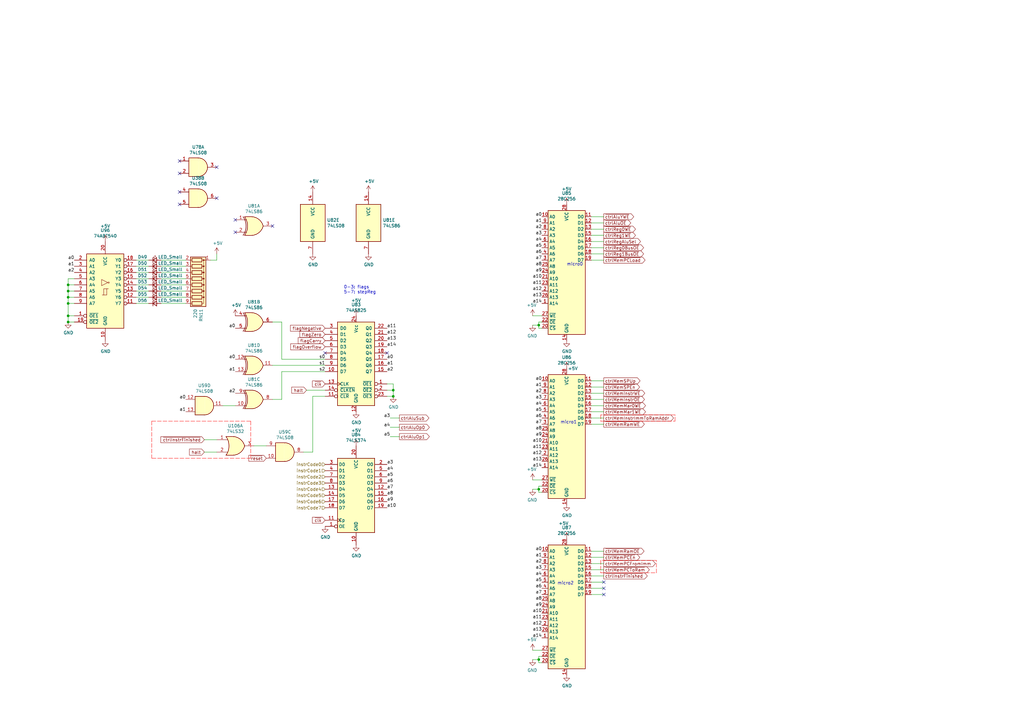
<source format=kicad_sch>
(kicad_sch (version 20211123) (generator eeschema)
  (paper "A3")
  (lib_symbols
    (symbol "74xx:74LS08" (pin_names (offset 1.016))
      (property "Reference" "U" (at 0 1.27 0))
      (property "Value" "74LS08" (at 0 -1.27 0))
      (symbol "74LS08_1_1"
        (pin input line (at -7.62 2.54 0) (length 3.81) (name "~") (number "1"))
        (pin input line (at -7.62 -2.54 0) (length 3.81) (name "~") (number "2"))
        (pin output line (at 7.62 0 180) (length 3.81) (name "~") (number "3"))
      )
      (symbol "74LS08_1_2"
        (pin input inverted (at -7.62 2.54 0) (length 4.318) (name "~") (number "1"))
        (pin input inverted (at -7.62 -2.54 0) (length 4.318) (name "~") (number "2"))
        (pin output inverted (at 7.62 0 180) (length 3.81) (name "~") (number "3"))
      )
      (symbol "74LS08_2_1"
        (pin input line (at -7.62 2.54 0) (length 3.81) (name "~") (number "4"))
        (pin input line (at -7.62 -2.54 0) (length 3.81) (name "~") (number "5"))
        (pin output line (at 7.62 0 180) (length 3.81) (name "~") (number "6"))
      )
      (symbol "74LS08_2_2"
        (pin input inverted (at -7.62 2.54 0) (length 4.318) (name "~") (number "4"))
        (pin input inverted (at -7.62 -2.54 0) (length 4.318) (name "~") (number "5"))
        (pin output inverted (at 7.62 0 180) (length 3.81) (name "~") (number "6"))
      )
      (symbol "74LS08_3_1"
        (pin input line (at -7.62 -2.54 0) (length 3.81) (name "~") (number "10"))
        (pin output line (at 7.62 0 180) (length 3.81) (name "~") (number "8"))
        (pin input line (at -7.62 2.54 0) (length 3.81) (name "~") (number "9"))
      )
      (symbol "74LS08_3_2"
        (pin input inverted (at -7.62 -2.54 0) (length 4.318) (name "~") (number "10"))
        (pin output inverted (at 7.62 0 180) (length 3.81) (name "~") (number "8"))
        (pin input inverted (at -7.62 2.54 0) (length 4.318) (name "~") (number "9"))
      )
      (symbol "74LS08_4_1"
        (pin output line (at 7.62 0 180) (length 3.81) (name "~") (number "11"))
        (pin input line (at -7.62 2.54 0) (length 3.81) (name "~") (number "12"))
        (pin input line (at -7.62 -2.54 0) (length 3.81) (name "~") (number "13"))
      )
      (symbol "74LS08_4_2"
        (pin output inverted (at 7.62 0 180) (length 3.81) (name "~") (number "11"))
        (pin input inverted (at -7.62 2.54 0) (length 4.318) (name "~") (number "12"))
        (pin input inverted (at -7.62 -2.54 0) (length 4.318) (name "~") (number "13"))
      )
      (symbol "74LS08_5_0"
        (pin power_in line (at 0 12.7 270) (length 5.08) (name "VCC") (number "14"))
        (pin power_in line (at 0 -12.7 90) (length 5.08) (name "GND") (number "7"))
      )
    )
    (symbol "74xx:74LS32" (pin_names (offset 1.016))
      (property "Reference" "U" (at 0 1.27 0))
      (property "Value" "74LS32" (at 0 -1.27 0))
      (symbol "74LS32_1_1"
        (pin input line (at -7.62 2.54 0) (length 4.318) (name "~") (number "1"))
        (pin input line (at -7.62 -2.54 0) (length 4.318) (name "~") (number "2"))
        (pin output line (at 7.62 0 180) (length 3.81) (name "~") (number "3"))
      )
      (symbol "74LS32_1_2"
        (pin input inverted (at -7.62 2.54 0) (length 3.81) (name "~") (number "1"))
        (pin input inverted (at -7.62 -2.54 0) (length 3.81) (name "~") (number "2"))
        (pin output inverted (at 7.62 0 180) (length 3.81) (name "~") (number "3"))
      )
      (symbol "74LS32_2_1"
        (pin input line (at -7.62 2.54 0) (length 4.318) (name "~") (number "4"))
        (pin input line (at -7.62 -2.54 0) (length 4.318) (name "~") (number "5"))
        (pin output line (at 7.62 0 180) (length 3.81) (name "~") (number "6"))
      )
      (symbol "74LS32_2_2"
        (pin input inverted (at -7.62 2.54 0) (length 3.81) (name "~") (number "4"))
        (pin input inverted (at -7.62 -2.54 0) (length 3.81) (name "~") (number "5"))
        (pin output inverted (at 7.62 0 180) (length 3.81) (name "~") (number "6"))
      )
      (symbol "74LS32_3_1"
        (pin input line (at -7.62 -2.54 0) (length 4.318) (name "~") (number "10"))
        (pin output line (at 7.62 0 180) (length 3.81) (name "~") (number "8"))
        (pin input line (at -7.62 2.54 0) (length 4.318) (name "~") (number "9"))
      )
      (symbol "74LS32_3_2"
        (pin input inverted (at -7.62 -2.54 0) (length 3.81) (name "~") (number "10"))
        (pin output inverted (at 7.62 0 180) (length 3.81) (name "~") (number "8"))
        (pin input inverted (at -7.62 2.54 0) (length 3.81) (name "~") (number "9"))
      )
      (symbol "74LS32_4_1"
        (pin output line (at 7.62 0 180) (length 3.81) (name "~") (number "11"))
        (pin input line (at -7.62 2.54 0) (length 4.318) (name "~") (number "12"))
        (pin input line (at -7.62 -2.54 0) (length 4.318) (name "~") (number "13"))
      )
      (symbol "74LS32_4_2"
        (pin output inverted (at 7.62 0 180) (length 3.81) (name "~") (number "11"))
        (pin input inverted (at -7.62 2.54 0) (length 3.81) (name "~") (number "12"))
        (pin input inverted (at -7.62 -2.54 0) (length 3.81) (name "~") (number "13"))
      )
      (symbol "74LS32_5_0"
        (pin power_in line (at 0 12.7 270) (length 5.08) (name "VCC") (number "14"))
        (pin power_in line (at 0 -12.7 90) (length 5.08) (name "GND") (number "7"))
      )
    )
    (symbol "74xx:74LS374"
      (property "Reference" "U" (at -7.62 16.51 0))
      (property "Value" "74LS374" (at -7.62 -16.51 0))
      (symbol "74LS374_1_0"
        (pin input inverted (at -12.7 -12.7 0) (length 5.08) (name "OE") (number "1"))
        (pin power_in line (at 0 -20.32 90) (length 5.08) (name "GND") (number "10"))
        (pin input clock (at -12.7 -10.16 0) (length 5.08) (name "Cp") (number "11"))
        (pin tri_state line (at 12.7 2.54 180) (length 5.08) (name "O4") (number "12"))
        (pin input line (at -12.7 2.54 0) (length 5.08) (name "D4") (number "13"))
        (pin input line (at -12.7 0 0) (length 5.08) (name "D5") (number "14"))
        (pin tri_state line (at 12.7 0 180) (length 5.08) (name "O5") (number "15"))
        (pin tri_state line (at 12.7 -2.54 180) (length 5.08) (name "O6") (number "16"))
        (pin input line (at -12.7 -2.54 0) (length 5.08) (name "D6") (number "17"))
        (pin input line (at -12.7 -5.08 0) (length 5.08) (name "D7") (number "18"))
        (pin tri_state line (at 12.7 -5.08 180) (length 5.08) (name "O7") (number "19"))
        (pin tri_state line (at 12.7 12.7 180) (length 5.08) (name "O0") (number "2"))
        (pin power_in line (at 0 20.32 270) (length 5.08) (name "VCC") (number "20"))
        (pin input line (at -12.7 12.7 0) (length 5.08) (name "D0") (number "3"))
        (pin input line (at -12.7 10.16 0) (length 5.08) (name "D1") (number "4"))
        (pin tri_state line (at 12.7 10.16 180) (length 5.08) (name "O1") (number "5"))
        (pin tri_state line (at 12.7 7.62 180) (length 5.08) (name "O2") (number "6"))
        (pin input line (at -12.7 7.62 0) (length 5.08) (name "D2") (number "7"))
        (pin input line (at -12.7 5.08 0) (length 5.08) (name "D3") (number "8"))
        (pin tri_state line (at 12.7 5.08 180) (length 5.08) (name "O3") (number "9"))
      )
    )
    (symbol "74xx:74LS86" (pin_names (offset 1.016))
      (property "Reference" "U" (at 0 1.27 0))
      (property "Value" "74LS86" (at 0 -1.27 0))
      (symbol "74LS86_1_0"
        (pin input line (at -7.62 2.54 0) (length 4.445) (name "~") (number "1"))
        (pin input line (at -7.62 -2.54 0) (length 4.445) (name "~") (number "2"))
        (pin output line (at 7.62 0 180) (length 3.81) (name "~") (number "3"))
      )
      (symbol "74LS86_2_0"
        (pin input line (at -7.62 2.54 0) (length 4.445) (name "~") (number "4"))
        (pin input line (at -7.62 -2.54 0) (length 4.445) (name "~") (number "5"))
        (pin output line (at 7.62 0 180) (length 3.81) (name "~") (number "6"))
      )
      (symbol "74LS86_3_0"
        (pin input line (at -7.62 -2.54 0) (length 4.445) (name "~") (number "10"))
        (pin output line (at 7.62 0 180) (length 3.81) (name "~") (number "8"))
        (pin input line (at -7.62 2.54 0) (length 4.445) (name "~") (number "9"))
      )
      (symbol "74LS86_4_0"
        (pin output line (at 7.62 0 180) (length 3.81) (name "~") (number "11"))
        (pin input line (at -7.62 2.54 0) (length 4.445) (name "~") (number "12"))
        (pin input line (at -7.62 -2.54 0) (length 4.445) (name "~") (number "13"))
      )
      (symbol "74LS86_5_0"
        (pin power_in line (at 0 12.7 270) (length 5.08) (name "VCC") (number "14"))
        (pin power_in line (at 0 -12.7 90) (length 5.08) (name "GND") (number "7"))
      )
    )
    (symbol "Device:LED_Small" (pin_numbers hide) (pin_names (offset 0.254) hide)
      (property "Reference" "D" (at -1.27 3.175 0))
      (property "Value" "LED_Small" (at -4.445 -2.54 0))
      (symbol "LED_Small_1_1"
        (pin passive line (at -2.54 0 0) (length 1.778) (name "K") (number "1"))
        (pin passive line (at 2.54 0 180) (length 1.778) (name "A") (number "2"))
      )
    )
    (symbol "Device:R_Network08" (pin_names (offset 0) hide)
      (property "Reference" "RN" (at -12.7 0 90))
      (property "Value" "R_Network08" (at 10.16 0 90))
      (symbol "R_Network08_1_1"
        (pin passive line (at -10.16 5.08 270) (length 2.54) (name "common") (number "1"))
        (pin passive line (at -10.16 -5.08 90) (length 1.27) (name "R1") (number "2"))
        (pin passive line (at -7.62 -5.08 90) (length 1.27) (name "R2") (number "3"))
        (pin passive line (at -5.08 -5.08 90) (length 1.27) (name "R3") (number "4"))
        (pin passive line (at -2.54 -5.08 90) (length 1.27) (name "R4") (number "5"))
        (pin passive line (at 0 -5.08 90) (length 1.27) (name "R5") (number "6"))
        (pin passive line (at 2.54 -5.08 90) (length 1.27) (name "R6") (number "7"))
        (pin passive line (at 5.08 -5.08 90) (length 1.27) (name "R7") (number "8"))
        (pin passive line (at 7.62 -5.08 90) (length 1.27) (name "R8") (number "9"))
      )
    )
    (symbol "EDiC-rescue:74ABT540" (pin_names (offset 1.016))
      (property "Reference" "U" (at 5.08 -9.017 0))
      (property "Value" "74ABT540" (at 5.08 -10.795 0))
      (symbol "74ABT540_1_1"
        (pin input inverted (at -20.32 -10.16 0) (length 5.08) (name "~{OE1}") (number "1"))
        (pin power_in line (at -7.62 -20.32 90) (length 5.08) (name "GND") (number "10"))
        (pin tri_state inverted (at 5.08 -5.08 180) (length 5.08) (name "Y7") (number "11"))
        (pin tri_state inverted (at 5.08 -2.54 180) (length 5.08) (name "Y6") (number "12"))
        (pin tri_state inverted (at 5.08 0 180) (length 5.08) (name "Y5") (number "13"))
        (pin tri_state inverted (at 5.08 2.54 180) (length 5.08) (name "Y4") (number "14"))
        (pin tri_state inverted (at 5.08 5.08 180) (length 5.08) (name "Y3") (number "15"))
        (pin tri_state inverted (at 5.08 7.62 180) (length 5.08) (name "Y2") (number "16"))
        (pin tri_state inverted (at 5.08 10.16 180) (length 5.08) (name "Y1") (number "17"))
        (pin tri_state inverted (at 5.08 12.7 180) (length 5.08) (name "Y0") (number "18"))
        (pin input inverted (at -20.32 -12.7 0) (length 5.08) (name "~{OE2}") (number "19"))
        (pin input line (at -20.32 12.7 0) (length 5.08) (name "A0") (number "2"))
        (pin power_in line (at -7.62 20.32 270) (length 5.08) (name "VCC") (number "20"))
        (pin input line (at -20.32 10.16 0) (length 5.08) (name "A1") (number "3"))
        (pin input line (at -20.32 7.62 0) (length 5.08) (name "A2") (number "4"))
        (pin input line (at -20.32 5.08 0) (length 5.08) (name "A3") (number "5"))
        (pin input line (at -20.32 2.54 0) (length 5.08) (name "A4") (number "6"))
        (pin input line (at -20.32 0 0) (length 5.08) (name "A5") (number "7"))
        (pin input line (at -20.32 -2.54 0) (length 5.08) (name "A6") (number "8"))
        (pin input line (at -20.32 -5.08 0) (length 5.08) (name "A7") (number "9"))
      )
    )
    (symbol "EDiC-rescue:74AS825-74xx" (pin_names (offset 1.016))
      (property "Reference" "U" (at 0 24.13 0))
      (property "Value" "74AS825-74xx" (at 0 21.59 0))
      (symbol "74AS825-74xx_0_0"
        (pin output line (at 12.7 10.16 180) (length 5.08) (name "Q1") (number "21"))
        (pin output line (at 12.7 12.7 180) (length 5.08) (name "Q0") (number "22"))
        (pin input inverted (at 12.7 -15.24 180) (length 5.08) (name "~{OE3}") (number "23"))
        (pin power_in line (at 0 17.78 270) (length 2.54) (name "Vcc") (number "24"))
      )
      (symbol "74AS825-74xx_1_0"
        (pin input inverted (at 12.7 -10.16 180) (length 5.08) (name "~{OE1}") (number "1"))
        (pin input line (at -12.7 -5.08 0) (length 5.08) (name "D7") (number "10"))
        (pin input inverted (at -12.7 -15.24 0) (length 5.08) (name "~{CLR}") (number "11"))
        (pin power_in line (at 0 -21.59 90) (length 2.54) (name "GND") (number "12"))
        (pin input clock (at -12.7 -10.16 0) (length 5.08) (name "CLK") (number "13"))
        (pin input inverted (at -12.7 -12.7 0) (length 5.08) (name "~{CLKEN}") (number "14"))
        (pin output line (at 12.7 -5.08 180) (length 5.08) (name "Q7") (number "15"))
        (pin output line (at 12.7 -2.54 180) (length 5.08) (name "Q6") (number "16"))
        (pin output line (at 12.7 0 180) (length 5.08) (name "Q5") (number "17"))
        (pin output line (at 12.7 2.54 180) (length 5.08) (name "Q4") (number "18"))
        (pin output line (at 12.7 5.08 180) (length 5.08) (name "Q3") (number "19"))
        (pin input inverted (at 12.7 -12.7 180) (length 5.08) (name "~{OE2}") (number "2"))
        (pin output line (at 12.7 7.62 180) (length 5.08) (name "Q2") (number "20"))
        (pin input line (at -12.7 12.7 0) (length 5.08) (name "D0") (number "3"))
        (pin input line (at -12.7 10.16 0) (length 5.08) (name "D1") (number "4"))
        (pin input line (at -12.7 7.62 0) (length 5.08) (name "D2") (number "5"))
        (pin input line (at -12.7 5.08 0) (length 5.08) (name "D3") (number "6"))
        (pin input line (at -12.7 2.54 0) (length 5.08) (name "D4") (number "7"))
        (pin input line (at -12.7 0 0) (length 5.08) (name "D5") (number "8"))
        (pin input line (at -12.7 -2.54 0) (length 5.08) (name "D6") (number "9"))
      )
    )
    (symbol "Memory_EEPROM:28C256"
      (property "Reference" "U" (at -7.62 26.67 0))
      (property "Value" "28C256" (at 2.54 -26.67 0))
      (symbol "28C256_1_1"
        (pin input line (at -10.16 -12.7 0) (length 2.54) (name "A14") (number "1"))
        (pin input line (at -10.16 22.86 0) (length 2.54) (name "A0") (number "10"))
        (pin tri_state line (at 10.16 22.86 180) (length 2.54) (name "D0") (number "11"))
        (pin tri_state line (at 10.16 20.32 180) (length 2.54) (name "D1") (number "12"))
        (pin tri_state line (at 10.16 17.78 180) (length 2.54) (name "D2") (number "13"))
        (pin power_in line (at 0 -27.94 90) (length 2.54) (name "GND") (number "14"))
        (pin tri_state line (at 10.16 15.24 180) (length 2.54) (name "D3") (number "15"))
        (pin tri_state line (at 10.16 12.7 180) (length 2.54) (name "D4") (number "16"))
        (pin tri_state line (at 10.16 10.16 180) (length 2.54) (name "D5") (number "17"))
        (pin tri_state line (at 10.16 7.62 180) (length 2.54) (name "D6") (number "18"))
        (pin tri_state line (at 10.16 5.08 180) (length 2.54) (name "D7") (number "19"))
        (pin input line (at -10.16 -7.62 0) (length 2.54) (name "A12") (number "2"))
        (pin input line (at -10.16 -22.86 0) (length 2.54) (name "~{CS}") (number "20"))
        (pin input line (at -10.16 -2.54 0) (length 2.54) (name "A10") (number "21"))
        (pin input line (at -10.16 -20.32 0) (length 2.54) (name "~{OE}") (number "22"))
        (pin input line (at -10.16 -5.08 0) (length 2.54) (name "A11") (number "23"))
        (pin input line (at -10.16 0 0) (length 2.54) (name "A9") (number "24"))
        (pin input line (at -10.16 2.54 0) (length 2.54) (name "A8") (number "25"))
        (pin input line (at -10.16 -10.16 0) (length 2.54) (name "A13") (number "26"))
        (pin input line (at -10.16 -17.78 0) (length 2.54) (name "~{WE}") (number "27"))
        (pin power_in line (at 0 27.94 270) (length 2.54) (name "VCC") (number "28"))
        (pin input line (at -10.16 5.08 0) (length 2.54) (name "A7") (number "3"))
        (pin input line (at -10.16 7.62 0) (length 2.54) (name "A6") (number "4"))
        (pin input line (at -10.16 10.16 0) (length 2.54) (name "A5") (number "5"))
        (pin input line (at -10.16 12.7 0) (length 2.54) (name "A4") (number "6"))
        (pin input line (at -10.16 15.24 0) (length 2.54) (name "A3") (number "7"))
        (pin input line (at -10.16 17.78 0) (length 2.54) (name "A2") (number "8"))
        (pin input line (at -10.16 20.32 0) (length 2.54) (name "A1") (number "9"))
      )
    )
    (symbol "power:+5V" (power) (pin_names (offset 0))
      (property "Value" "+5V" (at 0 3.556 0))
      (symbol "+5V_1_1"
        (pin power_in line (at 0 0 90) (length 0) hide (name "+5V") (number "1"))
      )
    )
    (symbol "power:GND" (power) (pin_names (offset 0))
      (property "Value" "GND" (at 0 -3.81 0))
      (symbol "GND_1_1"
        (pin power_in line (at 0 0 270) (length 0) hide (name "GND") (number "1"))
      )
    )
  )
  (junction (at 27.94 132.08))
  (junction (at 220.98 270.51))
  (junction (at 27.94 119.38))
  (junction (at 161.29 160.02))
  (junction (at 161.29 162.56))
  (junction (at 27.94 121.92))
  (junction (at 27.94 129.54))
  (junction (at 220.98 200.66))
  (junction (at 220.98 133.35))
  (junction (at 27.94 124.46))
  (junction (at 27.94 116.84))
  (no_connect (at 73.66 71.12))
  (no_connect (at 247.65 243.84))
  (no_connect (at 158.75 144.78))
  (no_connect (at 96.52 90.17))
  (no_connect (at 247.65 241.3))
  (no_connect (at 96.52 95.25))
  (no_connect (at 73.66 78.74))
  (no_connect (at 88.9 81.28))
  (no_connect (at 111.76 92.71))
  (no_connect (at 73.66 66.04))
  (no_connect (at 133.35 144.78))
  (no_connect (at 73.66 83.82))
  (no_connect (at 88.9 68.58))
  (no_connect (at 247.65 238.76))
  (wire (pts (xy 222.25 199.39) (xy 220.98 199.39)))
  (wire (pts (xy 161.29 160.02) (xy 161.29 162.56)))
  (wire (pts (xy 247.65 243.84) (xy 242.57 243.84)))
  (wire (pts (xy 111.76 149.86) (xy 133.35 149.86)))
  (wire (pts (xy 247.65 238.76) (xy 242.57 238.76)))
  (wire (pts (xy 27.94 132.08) (xy 30.48 132.08)))
  (wire (pts (xy 242.57 228.6) (xy 247.65 228.6)))
  (wire (pts (xy 247.65 166.37) (xy 242.57 166.37)))
  (wire (pts (xy 247.65 101.6) (xy 242.57 101.6)))
  (polyline (pts (xy 269.24 234.95) (xy 269.24 229.87)) (stroke (width 0) (color 255 0 0 1)))
  (wire (pts (xy 247.65 163.83) (xy 242.57 163.83)))
  (wire (pts (xy 60.96 106.68) (xy 55.88 106.68)))
  (wire (pts (xy 76.2 111.76) (xy 66.04 111.76)))
  (wire (pts (xy 88.9 106.68) (xy 86.36 106.68)))
  (wire (pts (xy 27.94 129.54) (xy 27.94 124.46)))
  (wire (pts (xy 222.25 129.54) (xy 218.44 129.54)))
  (wire (pts (xy 247.65 171.45) (xy 242.57 171.45)))
  (polyline (pts (xy 276.86 172.72) (xy 276.86 170.18)) (stroke (width 0) (color 255 0 0 1)))
  (wire (pts (xy 220.98 132.08) (xy 220.98 133.35)))
  (wire (pts (xy 125.73 160.02) (xy 133.35 160.02)))
  (wire (pts (xy 222.25 201.93) (xy 220.98 201.93)))
  (wire (pts (xy 27.94 124.46) (xy 27.94 121.92)))
  (wire (pts (xy 30.48 129.54) (xy 27.94 129.54)))
  (wire (pts (xy 76.2 106.68) (xy 66.04 106.68)))
  (wire (pts (xy 247.65 88.9) (xy 242.57 88.9)))
  (wire (pts (xy 60.96 111.76) (xy 55.88 111.76)))
  (wire (pts (xy 104.14 182.88) (xy 109.22 182.88)))
  (wire (pts (xy 163.83 175.26) (xy 160.02 175.26)))
  (wire (pts (xy 247.65 168.91) (xy 242.57 168.91)))
  (wire (pts (xy 247.65 106.68) (xy 242.57 106.68)))
  (wire (pts (xy 247.65 96.52) (xy 242.57 96.52)))
  (wire (pts (xy 158.75 160.02) (xy 161.29 160.02)))
  (wire (pts (xy 83.82 180.34) (xy 88.9 180.34)))
  (wire (pts (xy 76.2 116.84) (xy 66.04 116.84)))
  (wire (pts (xy 111.76 163.83) (xy 115.57 163.83)))
  (wire (pts (xy 76.2 119.38) (xy 66.04 119.38)))
  (wire (pts (xy 222.25 196.85) (xy 218.44 196.85)))
  (wire (pts (xy 247.65 99.06) (xy 242.57 99.06)))
  (wire (pts (xy 222.25 134.62) (xy 220.98 134.62)))
  (wire (pts (xy 161.29 157.48) (xy 161.29 160.02)))
  (wire (pts (xy 27.94 119.38) (xy 27.94 116.84)))
  (wire (pts (xy 111.76 132.08) (xy 115.57 132.08)))
  (wire (pts (xy 222.25 271.78) (xy 220.98 271.78)))
  (wire (pts (xy 158.75 157.48) (xy 161.29 157.48)))
  (wire (pts (xy 27.94 124.46) (xy 30.48 124.46)))
  (wire (pts (xy 220.98 271.78) (xy 220.98 270.51)))
  (wire (pts (xy 247.65 161.29) (xy 242.57 161.29)))
  (wire (pts (xy 60.96 116.84) (xy 55.88 116.84)))
  (polyline (pts (xy 246.38 170.18) (xy 246.38 172.72)) (stroke (width 0) (color 255 0 0 1)))
  (wire (pts (xy 115.57 163.83) (xy 115.57 152.4)))
  (wire (pts (xy 115.57 132.08) (xy 115.57 147.32)))
  (wire (pts (xy 60.96 121.92) (xy 55.88 121.92)))
  (wire (pts (xy 247.65 233.68) (xy 242.57 233.68)))
  (wire (pts (xy 128.27 185.42) (xy 128.27 162.56)))
  (wire (pts (xy 247.65 241.3) (xy 242.57 241.3)))
  (wire (pts (xy 222.25 269.24) (xy 220.98 269.24)))
  (wire (pts (xy 115.57 147.32) (xy 133.35 147.32)))
  (wire (pts (xy 247.65 93.98) (xy 242.57 93.98)))
  (wire (pts (xy 76.2 114.3) (xy 66.04 114.3)))
  (wire (pts (xy 222.25 266.7) (xy 218.44 266.7)))
  (wire (pts (xy 124.46 185.42) (xy 128.27 185.42)))
  (wire (pts (xy 220.98 199.39) (xy 220.98 200.66)))
  (wire (pts (xy 30.48 116.84) (xy 27.94 116.84)))
  (polyline (pts (xy 276.86 170.18) (xy 246.38 170.18)) (stroke (width 0) (color 255 0 0 1)))
  (wire (pts (xy 247.65 173.99) (xy 242.57 173.99)))
  (wire (pts (xy 160.02 171.45) (xy 163.83 171.45)))
  (polyline (pts (xy 269.24 229.87) (xy 246.38 229.87)) (stroke (width 0) (color 255 0 0 1)))
  (wire (pts (xy 115.57 152.4) (xy 133.35 152.4)))
  (wire (pts (xy 222.25 132.08) (xy 220.98 132.08)))
  (polyline (pts (xy 62.23 172.72) (xy 102.87 172.72)) (stroke (width 0) (color 255 0 0 1)))
  (wire (pts (xy 220.98 270.51) (xy 218.44 270.51)))
  (wire (pts (xy 27.94 119.38) (xy 30.48 119.38)))
  (wire (pts (xy 27.94 121.92) (xy 27.94 119.38)))
  (wire (pts (xy 60.96 124.46) (xy 55.88 124.46)))
  (polyline (pts (xy 246.38 234.95) (xy 269.24 234.95)) (stroke (width 0) (color 255 0 0 1)))
  (wire (pts (xy 220.98 269.24) (xy 220.98 270.51)))
  (polyline (pts (xy 102.87 172.72) (xy 102.87 187.96)) (stroke (width 0) (color 255 0 0 1)))
  (wire (pts (xy 247.65 226.06) (xy 242.57 226.06)))
  (polyline (pts (xy 246.38 229.87) (xy 246.38 234.95)) (stroke (width 0) (color 255 0 0 1)))
  (wire (pts (xy 60.96 114.3) (xy 55.88 114.3)))
  (wire (pts (xy 247.65 104.14) (xy 242.57 104.14)))
  (wire (pts (xy 128.27 162.56) (xy 133.35 162.56)))
  (wire (pts (xy 161.29 162.56) (xy 158.75 162.56)))
  (wire (pts (xy 60.96 119.38) (xy 55.88 119.38)))
  (wire (pts (xy 247.65 158.75) (xy 242.57 158.75)))
  (wire (pts (xy 220.98 134.62) (xy 220.98 133.35)))
  (wire (pts (xy 30.48 121.92) (xy 27.94 121.92)))
  (wire (pts (xy 91.44 166.37) (xy 96.52 166.37)))
  (wire (pts (xy 247.65 91.44) (xy 242.57 91.44)))
  (wire (pts (xy 160.02 179.07) (xy 163.83 179.07)))
  (wire (pts (xy 76.2 109.22) (xy 66.04 109.22)))
  (polyline (pts (xy 102.87 187.96) (xy 62.23 187.96)) (stroke (width 0) (color 255 0 0 1)))
  (wire (pts (xy 27.94 129.54) (xy 27.94 132.08)))
  (wire (pts (xy 60.96 109.22) (xy 55.88 109.22)))
  (wire (pts (xy 76.2 124.46) (xy 66.04 124.46)))
  (wire (pts (xy 76.2 121.92) (xy 66.04 121.92)))
  (wire (pts (xy 27.94 114.3) (xy 30.48 114.3)))
  (wire (pts (xy 247.65 156.21) (xy 242.57 156.21)))
  (wire (pts (xy 220.98 200.66) (xy 218.44 200.66)))
  (wire (pts (xy 83.82 185.42) (xy 88.9 185.42)))
  (polyline (pts (xy 246.38 172.72) (xy 276.86 172.72)) (stroke (width 0) (color 255 0 0 1)))
  (wire (pts (xy 220.98 133.35) (xy 218.44 133.35)))
  (wire (pts (xy 247.65 231.14) (xy 242.57 231.14)))
  (wire (pts (xy 247.65 236.22) (xy 242.57 236.22)))
  (wire (pts (xy 220.98 201.93) (xy 220.98 200.66)))
  (wire (pts (xy 88.9 104.14) (xy 88.9 106.68)))
  (polyline (pts (xy 62.23 172.72) (xy 62.23 187.96)) (stroke (width 0) (color 255 0 0 1)))
  (wire (pts (xy 27.94 116.84) (xy 27.94 114.3)))
  (text "micro2" (at 228.6 240.03 0) (effects (font (size 1.27 1.27)) (justify left bottom)))
  (text "micro0" (at 232.41 109.22 0) (effects (font (size 1.27 1.27)) (justify left bottom)))
  (text "micro1" (at 229.87 173.99 0) (effects (font (size 1.27 1.27)) (justify left bottom)))
  (text "0-3: flags\n5-7: stepReg" (at 140.97 120.65 0) (effects (font (size 1.27 1.27)) (justify left bottom)))
  (label "a14" (at 222.25 191.77 180))
  (label "a3" (at 222.25 163.83 180))
  (label "a0" (at 222.25 156.21 180))
  (label "a8" (at 222.25 246.38 180))
  (label "a2" (at 30.48 111.76 180))
  (label "a2" (at 158.75 152.4 0))
  (label "a2" (at 96.52 161.29 180))
  (label "a7" (at 222.25 106.68 180))
  (label "a13" (at 222.25 121.92 180))
  (label "a13" (at 222.25 259.08 180))
  (label "a9" (at 158.75 205.74 0))
  (label "a1" (at 30.48 109.22 180))
  (label "a8" (at 158.75 203.2 0))
  (label "a0" (at 96.52 147.32 180))
  (label "a5" (at 160.02 179.07 180))
  (label "a10" (at 222.25 114.3 180))
  (label "a9" (at 222.25 111.76 180))
  (label "a14" (at 222.25 261.62 180))
  (label "a0" (at 76.2 163.83 180))
  (label "s2" (at 133.35 152.4 180))
  (label "a10" (at 222.25 181.61 180))
  (label "s1" (at 133.35 149.86 180))
  (label "a7" (at 158.75 200.66 0))
  (label "a5" (at 158.75 195.58 0))
  (label "a12" (at 222.25 186.69 180))
  (label "a0" (at 222.25 226.06 180))
  (label "a9" (at 222.25 179.07 180))
  (label "a1" (at 76.2 168.91 180))
  (label "a0" (at 30.48 106.68 180))
  (label "a1" (at 222.25 91.44 180))
  (label "a1" (at 158.75 149.86 0))
  (label "a8" (at 222.25 109.22 180))
  (label "a6" (at 158.75 198.12 0))
  (label "a13" (at 222.25 189.23 180))
  (label "a4" (at 158.75 193.04 0))
  (label "a1" (at 222.25 228.6 180))
  (label "a11" (at 222.25 254 180))
  (label "a6" (at 222.25 241.3 180))
  (label "a2" (at 222.25 231.14 180))
  (label "a5" (at 222.25 238.76 180))
  (label "a3" (at 160.02 171.45 180))
  (label "a14" (at 158.75 142.24 0))
  (label "a13" (at 158.75 139.7 0))
  (label "a9" (at 222.25 248.92 180))
  (label "a3" (at 222.25 96.52 180))
  (label "a10" (at 222.25 251.46 180))
  (label "a8" (at 222.25 176.53 180))
  (label "a6" (at 222.25 171.45 180))
  (label "a3" (at 158.75 190.5 0))
  (label "a12" (at 222.25 256.54 180))
  (label "a4" (at 160.02 175.26 180))
  (label "a5" (at 222.25 101.6 180))
  (label "a0" (at 222.25 88.9 180))
  (label "a4" (at 222.25 99.06 180))
  (label "a14" (at 222.25 124.46 180))
  (label "a11" (at 222.25 184.15 180))
  (label "a4" (at 222.25 166.37 180))
  (label "a3" (at 222.25 233.68 180))
  (label "a7" (at 222.25 243.84 180))
  (label "a12" (at 158.75 137.16 0))
  (label "a7" (at 222.25 173.99 180))
  (label "a10" (at 158.75 208.28 0))
  (label "a0" (at 158.75 147.32 0))
  (label "a5" (at 222.25 168.91 180))
  (label "a11" (at 222.25 116.84 180))
  (label "a2" (at 222.25 161.29 180))
  (label "a2" (at 222.25 93.98 180))
  (label "a12" (at 222.25 119.38 180))
  (label "a11" (at 158.75 134.62 0))
  (label "s0" (at 133.35 147.32 180))
  (label "a6" (at 222.25 104.14 180))
  (label "a1" (at 96.52 152.4 180))
  (label "a4" (at 222.25 236.22 180))
  (label "a1" (at 222.25 158.75 180))
  (label "a0" (at 96.52 134.62 180))
  (global_label "ctrlAluSub" (shape output) (at 163.83 171.45 0) (property "Intersheet References" "${INTERSHEET_REFS}" (effects hide)))
  (global_label "~{ctrlAluOE}" (shape output) (at 247.65 91.44 0) (property "Intersheet References" "${INTERSHEET_REFS}" (effects hide)))
  (global_label "~{ctrlMemPCLoad}" (shape output) (at 247.65 106.68 0) (property "Intersheet References" "${INTERSHEET_REFS}" (effects hide)))
  (global_label "~{ctrlMemMar1WE}" (shape output) (at 247.65 168.91 0) (property "Intersheet References" "${INTERSHEET_REFS}" (effects hide)))
  (global_label "~{ctrlAluYWE}" (shape output) (at 247.65 88.9 0) (property "Intersheet References" "${INTERSHEET_REFS}" (effects hide)))
  (global_label "~{ctrlMemInstrWE}" (shape output) (at 247.65 161.29 0) (property "Intersheet References" "${INTERSHEET_REFS}" (effects hide)))
  (global_label "ctrlRegAluSel" (shape output) (at 247.65 99.06 0) (property "Intersheet References" "${INTERSHEET_REFS}" (effects hide)))
  (global_label "~{ctrlReg0WE}" (shape output) (at 247.65 93.98 0) (property "Intersheet References" "${INTERSHEET_REFS}" (effects hide)))
  (global_label "flagCarry" (shape input) (at 133.35 139.7 180) (property "Intersheet References" "${INTERSHEET_REFS}" (effects hide)))
  (global_label "~{ctrlMemPCToRam}" (shape output) (at 247.65 233.68 0) (property "Intersheet References" "${INTERSHEET_REFS}" (effects hide)))
  (global_label "~{clk}" (shape input) (at 133.35 157.48 180) (property "Intersheet References" "${INTERSHEET_REFS}" (effects hide)))
  (global_label "~{clk}" (shape input) (at 133.35 213.36 180) (property "Intersheet References" "${INTERSHEET_REFS}" (effects hide)))
  (global_label "ctrlAluOp0" (shape output) (at 163.83 175.26 0) (property "Intersheet References" "${INTERSHEET_REFS}" (effects hide)))
  (global_label "ctrlMemPCFromImm" (shape output) (at 247.65 231.14 0) (property "Intersheet References" "${INTERSHEET_REFS}" (effects hide)))
  (global_label "~{ctrlInstrFinished}" (shape output) (at 247.65 236.22 0) (property "Intersheet References" "${INTERSHEET_REFS}" (effects hide)))
  (global_label "~{reset}" (shape input) (at 109.22 187.96 180) (property "Intersheet References" "${INTERSHEET_REFS}" (effects hide)))
  (global_label "flagZero" (shape input) (at 133.35 137.16 180) (property "Intersheet References" "${INTERSHEET_REFS}" (effects hide)))
  (global_label "~{ctrlMemInstrOE}" (shape output) (at 247.65 163.83 0) (property "Intersheet References" "${INTERSHEET_REFS}" (effects hide)))
  (global_label "flagNegative" (shape input) (at 133.35 134.62 180) (property "Intersheet References" "${INTERSHEET_REFS}" (effects hide)))
  (global_label "flagOverflow" (shape input) (at 133.35 142.24 180) (property "Intersheet References" "${INTERSHEET_REFS}" (effects hide)))
  (global_label "~{ctrlReg1WE}" (shape output) (at 247.65 96.52 0) (property "Intersheet References" "${INTERSHEET_REFS}" (effects hide)))
  (global_label "~{ctrlReg0BusOE}" (shape output) (at 247.65 101.6 0) (property "Intersheet References" "${INTERSHEET_REFS}" (effects hide)))
  (global_label "~{ctrlMemSPEn}" (shape output) (at 247.65 158.75 0) (property "Intersheet References" "${INTERSHEET_REFS}" (effects hide)))
  (global_label "ctrlAluOp1" (shape output) (at 163.83 179.07 0) (property "Intersheet References" "${INTERSHEET_REFS}" (effects hide)))
  (global_label "ctrlMemSPUp" (shape output) (at 247.65 156.21 0) (property "Intersheet References" "${INTERSHEET_REFS}" (effects hide)))
  (global_label "halt" (shape input) (at 125.73 160.02 180) (property "Intersheet References" "${INTERSHEET_REFS}" (effects hide)))
  (global_label "~{ctrlMemRamWE}" (shape output) (at 247.65 173.99 0) (property "Intersheet References" "${INTERSHEET_REFS}" (effects hide)))
  (global_label "~{ctrlMemRamOE}" (shape output) (at 247.65 226.06 0) (property "Intersheet References" "${INTERSHEET_REFS}" (effects hide)))
  (global_label "halt" (shape input) (at 83.82 185.42 180) (property "Intersheet References" "${INTERSHEET_REFS}" (effects hide)))
  (global_label "~{ctrlMemPCEn}" (shape output) (at 247.65 228.6 0) (property "Intersheet References" "${INTERSHEET_REFS}" (effects hide)))
  (global_label "~{ctrlReg1BusOE}" (shape output) (at 247.65 104.14 0) (property "Intersheet References" "${INTERSHEET_REFS}" (effects hide)))
  (global_label "~{ctrlMemMar0WE}" (shape output) (at 247.65 166.37 0) (property "Intersheet References" "${INTERSHEET_REFS}" (effects hide)))
  (global_label "ctrlMemInstrImmToRamAddr" (shape output) (at 247.65 171.45 0) (property "Intersheet References" "${INTERSHEET_REFS}" (effects hide)))
  (global_label "~{ctrlInstrFinished}" (shape input) (at 83.82 180.34 180) (property "Intersheet References" "${INTERSHEET_REFS}" (effects hide)))
  (hierarchical_label "instrCode4" (shape input) (at 133.35 200.66 180))
  (hierarchical_label "instrCode6" (shape input) (at 133.35 205.74 180))
  (hierarchical_label "instrCode5" (shape input) (at 133.35 203.2 180))
  (hierarchical_label "instrCode0" (shape input) (at 133.35 190.5 180))
  (hierarchical_label "instrCode2" (shape input) (at 133.35 195.58 180))
  (hierarchical_label "instrCode1" (shape input) (at 133.35 193.04 180))
  (hierarchical_label "instrCode7" (shape input) (at 133.35 208.28 180))
  (hierarchical_label "instrCode3" (shape input) (at 133.35 198.12 180))
  (symbol (lib_id "power:+5V") (at 146.05 129.54 0) (unit 1)
    (property "Reference" "#PWR0274" (effects hide))
    (property "Value" "+5V" (at 146.05 123.19 0))
  )
  (symbol (lib_id "power:GND") (at 146.05 168.91 0) (unit 1)
    (property "Reference" "#PWR0275" (effects hide))
    (property "Value" "GND" (at 146.177 173.3042 0))
  )
  (symbol (lib_id "power:GND") (at 146.05 223.52 0) (unit 1)
    (property "Reference" "#PWR0277" (effects hide))
    (property "Value" "GND" (at 146.177 227.9142 0))
  )
  (symbol (lib_id "power:+5V") (at 146.05 182.88 0) (unit 1)
    (property "Reference" "#PWR0276" (effects hide))
    (property "Value" "+5V" (at 146.05 176.53 0))
  )
  (symbol (lib_id "power:+5V") (at 232.41 83.82 0) (unit 1)
    (property "Reference" "#PWR0285" (effects hide))
    (property "Value" "+5V" (at 232.41 77.47 0))
  )
  (symbol (lib_id "power:GND") (at 232.41 139.7 0) (unit 1)
    (property "Reference" "#PWR0286" (effects hide))
    (property "Value" "GND" (at 232.537 144.0942 0))
  )
  (symbol (lib_id "power:GND") (at 218.44 133.35 0) (mirror y) (unit 1)
    (property "Reference" "#PWR0280" (effects hide))
    (property "Value" "GND" (at 218.313 137.7442 0))
  )
  (symbol (lib_id "power:+5V") (at 218.44 129.54 0) (mirror y) (unit 1)
    (property "Reference" "#PWR0279" (effects hide))
    (property "Value" "+5V" (at 218.059 125.1458 0))
  )
  (symbol (lib_id "power:+5V") (at 232.41 151.13 0) (unit 1)
    (property "Reference" "#PWR0287" (effects hide))
    (property "Value" "+5V" (at 234.95 151.13 0))
  )
  (symbol (lib_id "power:GND") (at 232.41 207.01 0) (unit 1)
    (property "Reference" "#PWR0288" (effects hide))
    (property "Value" "GND" (at 232.537 211.4042 0))
  )
  (symbol (lib_id "power:GND") (at 218.44 200.66 0) (mirror y) (unit 1)
    (property "Reference" "#PWR0282" (effects hide))
    (property "Value" "GND" (at 218.313 205.0542 0))
  )
  (symbol (lib_id "power:+5V") (at 218.44 196.85 0) (mirror y) (unit 1)
    (property "Reference" "#PWR0281" (effects hide))
    (property "Value" "+5V" (at 218.059 192.4558 0))
  )
  (symbol (lib_id "74xx:74LS374") (at 146.05 203.2 0) (unit 1)
    (property "Reference" "U84" (at 146.05 178.2826 0))
    (property "Value" "74LS374" (at 146.05 180.594 0))
    (property "Footprint" "Package_DIP:DIP-20_W7.62mm" (effects hide))
    (property "Datasheet" "http://www.ti.com/lit/gpn/sn74LS374" (effects hide))
  )
  (symbol (lib_id "74xx:74LS86") (at 104.14 149.86 0) (unit 4)
    (property "Reference" "U81" (at 104.14 141.605 0))
    (property "Value" "74LS86" (at 104.14 143.9164 0))
    (property "Footprint" "Package_DIP:DIP-14_W7.62mm" (effects hide))
    (property "Datasheet" "74xx/74ls86.pdf" (effects hide))
  )
  (symbol (lib_id "74xx:74LS86") (at 104.14 163.83 0) (unit 3)
    (property "Reference" "U81" (at 104.14 155.575 0))
    (property "Value" "74LS86" (at 104.14 157.8864 0))
    (property "Footprint" "Package_DIP:DIP-14_W7.62mm" (effects hide))
    (property "Datasheet" "74xx/74ls86.pdf" (effects hide))
  )
  (symbol (lib_id "74xx:74LS08") (at 83.82 166.37 0) (unit 4)
    (property "Reference" "U59" (at 83.82 158.115 0))
    (property "Value" "74LS08" (at 83.82 160.4264 0))
    (property "Footprint" "Package_DIP:DIP-14_W7.62mm" (effects hide))
    (property "Datasheet" "http://www.ti.com/lit/gpn/sn74LS08" (effects hide))
  )
  (symbol (lib_id "74xx:74LS86") (at 104.14 132.08 0) (unit 2)
    (property "Reference" "U81" (at 104.14 123.825 0))
    (property "Value" "74LS86" (at 104.14 126.1364 0))
    (property "Footprint" "Package_DIP:DIP-14_W7.62mm" (effects hide))
    (property "Datasheet" "74xx/74ls86.pdf" (effects hide))
  )
  (symbol (lib_id "power:+5V") (at 96.52 129.54 0) (unit 1)
    (property "Reference" "#PWR0270" (effects hide))
    (property "Value" "+5V" (at 96.901 125.1458 0))
  )
  (symbol (lib_id "74xx:74LS86") (at 104.14 92.71 0) (unit 1)
    (property "Reference" "U81" (at 104.14 84.455 0))
    (property "Value" "74LS86" (at 104.14 86.7664 0))
    (property "Footprint" "Package_DIP:DIP-14_W7.62mm" (effects hide))
    (property "Datasheet" "74xx/74ls86.pdf" (effects hide))
  )
  (symbol (lib_id "74xx:74LS08") (at 81.28 68.58 0) (unit 1)
    (property "Reference" "U78" (at 81.28 60.325 0))
    (property "Value" "74LS08" (at 81.28 62.6364 0))
    (property "Footprint" "Package_DIP:DIP-14_W7.62mm" (effects hide))
    (property "Datasheet" "http://www.ti.com/lit/gpn/sn74LS08" (effects hide))
  )
  (symbol (lib_id "74xx:74LS08") (at 81.28 81.28 0) (unit 2)
    (property "Reference" "U38" (at 81.28 73.025 0))
    (property "Value" "74LS08" (at 81.28 75.3364 0))
    (property "Footprint" "Package_DIP:DIP-14_W7.62mm" (effects hide))
    (property "Datasheet" "http://www.ti.com/lit/gpn/sn74LS08" (effects hide))
  )
  (symbol (lib_id "74xx:74LS08") (at 116.84 185.42 0) (unit 3)
    (property "Reference" "U59" (at 116.84 177.165 0))
    (property "Value" "74LS08" (at 116.84 179.4764 0))
    (property "Footprint" "Package_DIP:DIP-14_W7.62mm" (effects hide))
    (property "Datasheet" "http://www.ti.com/lit/gpn/sn74LS08" (effects hide))
  )
  (symbol (lib_id "74xx:74LS08") (at 128.27 91.44 0) (unit 5)
    (property "Reference" "U82" (at 134.112 90.2716 0) (effects (justify left)))
    (property "Value" "74LS08" (at 134.112 92.583 0) (effects (justify left)))
    (property "Footprint" "Package_DIP:DIP-14_W7.62mm" (effects hide))
    (property "Datasheet" "http://www.ti.com/lit/gpn/sn74LS08" (effects hide))
  )
  (symbol (lib_id "74xx:74LS86") (at 151.13 91.44 0) (unit 5)
    (property "Reference" "U81" (at 156.972 90.2716 0) (effects (justify left)))
    (property "Value" "74LS86" (at 156.972 92.583 0) (effects (justify left)))
    (property "Footprint" "Package_DIP:DIP-14_W7.62mm" (effects hide))
    (property "Datasheet" "74xx/74ls86.pdf" (effects hide))
  )
  (symbol (lib_id "power:GND") (at 151.13 104.14 0)
    (property "Reference" "#PWR0272" (effects hide))
    (property "Value" "GND" (at 151.257 108.5342 0))
  )
  (symbol (lib_id "power:GND") (at 128.27 104.14 0)
    (property "Reference" "#PWR0266" (effects hide))
    (property "Value" "GND" (at 128.397 108.5342 0))
  )
  (symbol (lib_id "power:+5V") (at 151.13 78.74 0) (unit 1)
    (property "Reference" "#PWR0271" (effects hide))
    (property "Value" "+5V" (at 151.511 74.3458 0))
  )
  (symbol (lib_id "power:+5V") (at 128.27 78.74 0) (unit 1)
    (property "Reference" "#PWR0265" (effects hide))
    (property "Value" "+5V" (at 128.651 74.3458 0))
  )
  (symbol (lib_id "power:GND") (at 133.35 215.9 0) (unit 1)
    (property "Reference" "#PWR0273" (effects hide))
    (property "Value" "GND" (at 133.477 220.2942 0))
  )
  (symbol (lib_id "EDiC-rescue:74AS825-74xx") (at 146.05 147.32 0)
    (property "Reference" "U83" (at 146.05 124.9426 0))
    (property "Value" "74AS825" (at 146.05 127.254 0))
    (property "Datasheet" "https://www.ti.com/lit/ds/symlink/sn54as825a.pdf" (effects hide))
  )
  (symbol (lib_id "power:GND") (at 161.29 162.56 0) (unit 1)
    (property "Reference" "#PWR0278" (effects hide))
    (property "Value" "GND" (at 161.417 166.9542 0))
  )
  (symbol (lib_id "Memory_EEPROM:28C256") (at 232.41 111.76 0) (unit 1)
    (property "Reference" "U85" (at 232.41 79.2226 0))
    (property "Value" "28C256" (at 232.41 81.534 0))
    (property "Datasheet" "http://ww1.microchip.com/downloads/en/DeviceDoc/doc0006.pdf" (effects hide))
  )
  (symbol (lib_id "Memory_EEPROM:28C256") (at 232.41 179.07 0) (unit 1)
    (property "Reference" "U86" (at 232.41 146.5326 0))
    (property "Value" "28C256" (at 232.41 148.844 0))
    (property "Datasheet" "http://ww1.microchip.com/downloads/en/DeviceDoc/doc0006.pdf" (effects hide))
  )
  (symbol (lib_id "Memory_EEPROM:28C256") (at 232.41 248.92 0) (unit 1)
    (property "Reference" "U87" (at 232.41 216.3826 0))
    (property "Value" "28C256" (at 232.41 218.694 0))
    (property "Datasheet" "http://ww1.microchip.com/downloads/en/DeviceDoc/doc0006.pdf" (effects hide))
  )
  (symbol (lib_id "74xx:74LS32") (at 96.52 182.88 0) (unit 1)
    (property "Reference" "U106" (at 96.52 174.625 0))
    (property "Value" "74LS32" (at 96.52 176.9364 0))
    (property "Datasheet" "http://www.ti.com/lit/gpn/sn74LS32" (effects hide))
  )
  (symbol (lib_id "power:+5V") (at 232.41 220.98 0) (unit 1)
    (property "Reference" "#PWR0289" (effects hide))
    (property "Value" "+5V" (at 231.14 214.63 0))
  )
  (symbol (lib_id "power:GND") (at 232.41 276.86 0) (unit 1)
    (property "Reference" "#PWR0290" (effects hide))
    (property "Value" "GND" (at 232.537 281.2542 0))
  )
  (symbol (lib_id "power:GND") (at 218.44 270.51 0) (mirror y) (unit 1)
    (property "Reference" "#PWR0284" (effects hide))
    (property "Value" "GND" (at 218.313 274.9042 0))
  )
  (symbol (lib_id "power:+5V") (at 218.44 266.7 0) (mirror y) (unit 1)
    (property "Reference" "#PWR0283" (effects hide))
    (property "Value" "+5V" (at 218.059 262.3058 0))
  )
  (symbol (lib_id "EDiC-rescue:74ABT540") (at 50.8 119.38 0)
    (property "Reference" "U96" (at 43.18 94.4626 0))
    (property "Value" "74ABT540" (at 43.18 96.774 0))
  )
  (symbol (lib_id "power:GND") (at 27.94 132.08 0)
    (property "Reference" "#PWR0267" (effects hide))
    (property "Value" "GND" (at 28.067 136.4742 0))
  )
  (symbol (lib_id "power:GND") (at 43.18 139.7 0)
    (property "Reference" "#PWR0269" (effects hide))
    (property "Value" "GND" (at 43.307 144.0942 0))
  )
  (symbol (lib_id "power:+5V") (at 43.18 99.06 0)
    (property "Reference" "#PWR0268" (effects hide))
    (property "Value" "+5V" (at 43.18 92.71 0))
  )
  (symbol (lib_id "Device:LED_Small") (at 63.5 106.68 0)
    (property "Reference" "D49" (at 58.42 105.41 0))
    (property "Value" "LED_Small" (at 69.85 105.41 0))
  )
  (symbol (lib_id "Device:R_Network08") (at 81.28 116.84 270)
    (property "Reference" "RN11" (at 82.4484 126.6952 0) (effects (justify left)))
    (property "Value" "220" (at 80.137 126.6952 0) (effects (justify left)))
    (property "Footprint" "Resistor_THT:R_Array_SIP9" (effects hide))
    (property "Datasheet" "http://www.vishay.com/docs/31509/csc.pdf" (effects hide))
  )
  (symbol (lib_id "power:+5V") (at 88.9 104.14 0)
    (property "Reference" "#PWR0311" (effects hide))
    (property "Value" "+5V" (at 89.281 99.7458 0))
  )
  (symbol (lib_id "Device:LED_Small") (at 63.5 109.22 0)
    (property "Reference" "D50" (at 58.42 107.95 0))
    (property "Value" "LED_Small" (at 69.85 107.95 0))
  )
  (symbol (lib_id "Device:LED_Small") (at 63.5 111.76 0)
    (property "Reference" "D51" (at 58.42 110.49 0))
    (property "Value" "LED_Small" (at 69.85 110.49 0))
  )
  (symbol (lib_id "Device:LED_Small") (at 63.5 114.3 0)
    (property "Reference" "D52" (at 58.42 113.03 0))
    (property "Value" "LED_Small" (at 69.85 113.03 0))
  )
  (symbol (lib_id "Device:LED_Small") (at 63.5 116.84 0)
    (property "Reference" "D53" (at 58.42 115.57 0))
    (property "Value" "LED_Small" (at 69.85 115.57 0))
  )
  (symbol (lib_id "Device:LED_Small") (at 63.5 119.38 0)
    (property "Reference" "D54" (at 58.42 118.11 0))
    (property "Value" "LED_Small" (at 69.85 118.11 0))
  )
  (symbol (lib_id "Device:LED_Small") (at 63.5 121.92 0)
    (property "Reference" "D55" (at 58.42 120.65 0))
    (property "Value" "LED_Small" (at 69.85 120.65 0))
  )
  (symbol (lib_id "Device:LED_Small") (at 63.5 124.46 0)
    (property "Reference" "D56" (at 58.42 123.19 0))
    (property "Value" "LED_Small" (at 69.85 123.19 0))
  )
)
</source>
